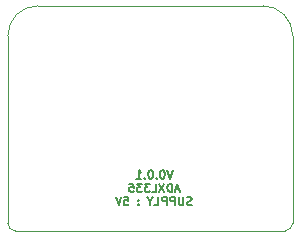
<source format=gbr>
%TF.GenerationSoftware,KiCad,Pcbnew,8.0.2*%
%TF.CreationDate,2024-05-08T23:24:27+02:00*%
%TF.ProjectId,adxl335,6164786c-3333-4352-9e6b-696361645f70,0.0.1*%
%TF.SameCoordinates,Original*%
%TF.FileFunction,Legend,Bot*%
%TF.FilePolarity,Positive*%
%FSLAX46Y46*%
G04 Gerber Fmt 4.6, Leading zero omitted, Abs format (unit mm)*
G04 Created by KiCad (PCBNEW 8.0.2) date 2024-05-08 23:24:27*
%MOMM*%
%LPD*%
G01*
G04 APERTURE LIST*
%ADD10C,0.175000*%
%TA.AperFunction,Profile*%
%ADD11C,0.100000*%
%TD*%
G04 APERTURE END LIST*
D10*
X39601666Y-39572772D02*
X39368333Y-40272772D01*
X39368333Y-40272772D02*
X39134999Y-39572772D01*
X38768333Y-39572772D02*
X38701666Y-39572772D01*
X38701666Y-39572772D02*
X38634999Y-39606105D01*
X38634999Y-39606105D02*
X38601666Y-39639439D01*
X38601666Y-39639439D02*
X38568333Y-39706105D01*
X38568333Y-39706105D02*
X38534999Y-39839439D01*
X38534999Y-39839439D02*
X38534999Y-40006105D01*
X38534999Y-40006105D02*
X38568333Y-40139439D01*
X38568333Y-40139439D02*
X38601666Y-40206105D01*
X38601666Y-40206105D02*
X38634999Y-40239439D01*
X38634999Y-40239439D02*
X38701666Y-40272772D01*
X38701666Y-40272772D02*
X38768333Y-40272772D01*
X38768333Y-40272772D02*
X38834999Y-40239439D01*
X38834999Y-40239439D02*
X38868333Y-40206105D01*
X38868333Y-40206105D02*
X38901666Y-40139439D01*
X38901666Y-40139439D02*
X38934999Y-40006105D01*
X38934999Y-40006105D02*
X38934999Y-39839439D01*
X38934999Y-39839439D02*
X38901666Y-39706105D01*
X38901666Y-39706105D02*
X38868333Y-39639439D01*
X38868333Y-39639439D02*
X38834999Y-39606105D01*
X38834999Y-39606105D02*
X38768333Y-39572772D01*
X38234999Y-40206105D02*
X38201666Y-40239439D01*
X38201666Y-40239439D02*
X38234999Y-40272772D01*
X38234999Y-40272772D02*
X38268332Y-40239439D01*
X38268332Y-40239439D02*
X38234999Y-40206105D01*
X38234999Y-40206105D02*
X38234999Y-40272772D01*
X37768333Y-39572772D02*
X37701666Y-39572772D01*
X37701666Y-39572772D02*
X37634999Y-39606105D01*
X37634999Y-39606105D02*
X37601666Y-39639439D01*
X37601666Y-39639439D02*
X37568333Y-39706105D01*
X37568333Y-39706105D02*
X37534999Y-39839439D01*
X37534999Y-39839439D02*
X37534999Y-40006105D01*
X37534999Y-40006105D02*
X37568333Y-40139439D01*
X37568333Y-40139439D02*
X37601666Y-40206105D01*
X37601666Y-40206105D02*
X37634999Y-40239439D01*
X37634999Y-40239439D02*
X37701666Y-40272772D01*
X37701666Y-40272772D02*
X37768333Y-40272772D01*
X37768333Y-40272772D02*
X37834999Y-40239439D01*
X37834999Y-40239439D02*
X37868333Y-40206105D01*
X37868333Y-40206105D02*
X37901666Y-40139439D01*
X37901666Y-40139439D02*
X37934999Y-40006105D01*
X37934999Y-40006105D02*
X37934999Y-39839439D01*
X37934999Y-39839439D02*
X37901666Y-39706105D01*
X37901666Y-39706105D02*
X37868333Y-39639439D01*
X37868333Y-39639439D02*
X37834999Y-39606105D01*
X37834999Y-39606105D02*
X37768333Y-39572772D01*
X37234999Y-40206105D02*
X37201666Y-40239439D01*
X37201666Y-40239439D02*
X37234999Y-40272772D01*
X37234999Y-40272772D02*
X37268332Y-40239439D01*
X37268332Y-40239439D02*
X37234999Y-40206105D01*
X37234999Y-40206105D02*
X37234999Y-40272772D01*
X36534999Y-40272772D02*
X36934999Y-40272772D01*
X36734999Y-40272772D02*
X36734999Y-39572772D01*
X36734999Y-39572772D02*
X36801666Y-39672772D01*
X36801666Y-39672772D02*
X36868333Y-39739439D01*
X36868333Y-39739439D02*
X36934999Y-39772772D01*
X40168333Y-41199733D02*
X39835000Y-41199733D01*
X40235000Y-41399733D02*
X40001667Y-40699733D01*
X40001667Y-40699733D02*
X39768333Y-41399733D01*
X39535000Y-41399733D02*
X39535000Y-40699733D01*
X39535000Y-40699733D02*
X39368333Y-40699733D01*
X39368333Y-40699733D02*
X39268333Y-40733066D01*
X39268333Y-40733066D02*
X39201667Y-40799733D01*
X39201667Y-40799733D02*
X39168333Y-40866400D01*
X39168333Y-40866400D02*
X39135000Y-40999733D01*
X39135000Y-40999733D02*
X39135000Y-41099733D01*
X39135000Y-41099733D02*
X39168333Y-41233066D01*
X39168333Y-41233066D02*
X39201667Y-41299733D01*
X39201667Y-41299733D02*
X39268333Y-41366400D01*
X39268333Y-41366400D02*
X39368333Y-41399733D01*
X39368333Y-41399733D02*
X39535000Y-41399733D01*
X38901667Y-40699733D02*
X38435000Y-41399733D01*
X38435000Y-40699733D02*
X38901667Y-41399733D01*
X37835000Y-41399733D02*
X38168333Y-41399733D01*
X38168333Y-41399733D02*
X38168333Y-40699733D01*
X37668333Y-40699733D02*
X37234999Y-40699733D01*
X37234999Y-40699733D02*
X37468333Y-40966400D01*
X37468333Y-40966400D02*
X37368333Y-40966400D01*
X37368333Y-40966400D02*
X37301666Y-40999733D01*
X37301666Y-40999733D02*
X37268333Y-41033066D01*
X37268333Y-41033066D02*
X37234999Y-41099733D01*
X37234999Y-41099733D02*
X37234999Y-41266400D01*
X37234999Y-41266400D02*
X37268333Y-41333066D01*
X37268333Y-41333066D02*
X37301666Y-41366400D01*
X37301666Y-41366400D02*
X37368333Y-41399733D01*
X37368333Y-41399733D02*
X37568333Y-41399733D01*
X37568333Y-41399733D02*
X37634999Y-41366400D01*
X37634999Y-41366400D02*
X37668333Y-41333066D01*
X37001666Y-40699733D02*
X36568332Y-40699733D01*
X36568332Y-40699733D02*
X36801666Y-40966400D01*
X36801666Y-40966400D02*
X36701666Y-40966400D01*
X36701666Y-40966400D02*
X36634999Y-40999733D01*
X36634999Y-40999733D02*
X36601666Y-41033066D01*
X36601666Y-41033066D02*
X36568332Y-41099733D01*
X36568332Y-41099733D02*
X36568332Y-41266400D01*
X36568332Y-41266400D02*
X36601666Y-41333066D01*
X36601666Y-41333066D02*
X36634999Y-41366400D01*
X36634999Y-41366400D02*
X36701666Y-41399733D01*
X36701666Y-41399733D02*
X36901666Y-41399733D01*
X36901666Y-41399733D02*
X36968332Y-41366400D01*
X36968332Y-41366400D02*
X37001666Y-41333066D01*
X35934999Y-40699733D02*
X36268332Y-40699733D01*
X36268332Y-40699733D02*
X36301665Y-41033066D01*
X36301665Y-41033066D02*
X36268332Y-40999733D01*
X36268332Y-40999733D02*
X36201665Y-40966400D01*
X36201665Y-40966400D02*
X36034999Y-40966400D01*
X36034999Y-40966400D02*
X35968332Y-40999733D01*
X35968332Y-40999733D02*
X35934999Y-41033066D01*
X35934999Y-41033066D02*
X35901665Y-41099733D01*
X35901665Y-41099733D02*
X35901665Y-41266400D01*
X35901665Y-41266400D02*
X35934999Y-41333066D01*
X35934999Y-41333066D02*
X35968332Y-41366400D01*
X35968332Y-41366400D02*
X36034999Y-41399733D01*
X36034999Y-41399733D02*
X36201665Y-41399733D01*
X36201665Y-41399733D02*
X36268332Y-41366400D01*
X36268332Y-41366400D02*
X36301665Y-41333066D01*
X41218332Y-42493361D02*
X41118332Y-42526694D01*
X41118332Y-42526694D02*
X40951666Y-42526694D01*
X40951666Y-42526694D02*
X40884999Y-42493361D01*
X40884999Y-42493361D02*
X40851666Y-42460027D01*
X40851666Y-42460027D02*
X40818332Y-42393361D01*
X40818332Y-42393361D02*
X40818332Y-42326694D01*
X40818332Y-42326694D02*
X40851666Y-42260027D01*
X40851666Y-42260027D02*
X40884999Y-42226694D01*
X40884999Y-42226694D02*
X40951666Y-42193361D01*
X40951666Y-42193361D02*
X41084999Y-42160027D01*
X41084999Y-42160027D02*
X41151666Y-42126694D01*
X41151666Y-42126694D02*
X41184999Y-42093361D01*
X41184999Y-42093361D02*
X41218332Y-42026694D01*
X41218332Y-42026694D02*
X41218332Y-41960027D01*
X41218332Y-41960027D02*
X41184999Y-41893361D01*
X41184999Y-41893361D02*
X41151666Y-41860027D01*
X41151666Y-41860027D02*
X41084999Y-41826694D01*
X41084999Y-41826694D02*
X40918332Y-41826694D01*
X40918332Y-41826694D02*
X40818332Y-41860027D01*
X40518332Y-41826694D02*
X40518332Y-42393361D01*
X40518332Y-42393361D02*
X40484999Y-42460027D01*
X40484999Y-42460027D02*
X40451665Y-42493361D01*
X40451665Y-42493361D02*
X40384999Y-42526694D01*
X40384999Y-42526694D02*
X40251665Y-42526694D01*
X40251665Y-42526694D02*
X40184999Y-42493361D01*
X40184999Y-42493361D02*
X40151665Y-42460027D01*
X40151665Y-42460027D02*
X40118332Y-42393361D01*
X40118332Y-42393361D02*
X40118332Y-41826694D01*
X39784999Y-42526694D02*
X39784999Y-41826694D01*
X39784999Y-41826694D02*
X39518332Y-41826694D01*
X39518332Y-41826694D02*
X39451666Y-41860027D01*
X39451666Y-41860027D02*
X39418332Y-41893361D01*
X39418332Y-41893361D02*
X39384999Y-41960027D01*
X39384999Y-41960027D02*
X39384999Y-42060027D01*
X39384999Y-42060027D02*
X39418332Y-42126694D01*
X39418332Y-42126694D02*
X39451666Y-42160027D01*
X39451666Y-42160027D02*
X39518332Y-42193361D01*
X39518332Y-42193361D02*
X39784999Y-42193361D01*
X39084999Y-42526694D02*
X39084999Y-41826694D01*
X39084999Y-41826694D02*
X38818332Y-41826694D01*
X38818332Y-41826694D02*
X38751666Y-41860027D01*
X38751666Y-41860027D02*
X38718332Y-41893361D01*
X38718332Y-41893361D02*
X38684999Y-41960027D01*
X38684999Y-41960027D02*
X38684999Y-42060027D01*
X38684999Y-42060027D02*
X38718332Y-42126694D01*
X38718332Y-42126694D02*
X38751666Y-42160027D01*
X38751666Y-42160027D02*
X38818332Y-42193361D01*
X38818332Y-42193361D02*
X39084999Y-42193361D01*
X38051666Y-42526694D02*
X38384999Y-42526694D01*
X38384999Y-42526694D02*
X38384999Y-41826694D01*
X37684999Y-42193361D02*
X37684999Y-42526694D01*
X37918332Y-41826694D02*
X37684999Y-42193361D01*
X37684999Y-42193361D02*
X37451665Y-41826694D01*
X36684999Y-42460027D02*
X36651666Y-42493361D01*
X36651666Y-42493361D02*
X36684999Y-42526694D01*
X36684999Y-42526694D02*
X36718332Y-42493361D01*
X36718332Y-42493361D02*
X36684999Y-42460027D01*
X36684999Y-42460027D02*
X36684999Y-42526694D01*
X36684999Y-42093361D02*
X36651666Y-42126694D01*
X36651666Y-42126694D02*
X36684999Y-42160027D01*
X36684999Y-42160027D02*
X36718332Y-42126694D01*
X36718332Y-42126694D02*
X36684999Y-42093361D01*
X36684999Y-42093361D02*
X36684999Y-42160027D01*
X35485000Y-41826694D02*
X35818333Y-41826694D01*
X35818333Y-41826694D02*
X35851666Y-42160027D01*
X35851666Y-42160027D02*
X35818333Y-42126694D01*
X35818333Y-42126694D02*
X35751666Y-42093361D01*
X35751666Y-42093361D02*
X35585000Y-42093361D01*
X35585000Y-42093361D02*
X35518333Y-42126694D01*
X35518333Y-42126694D02*
X35485000Y-42160027D01*
X35485000Y-42160027D02*
X35451666Y-42226694D01*
X35451666Y-42226694D02*
X35451666Y-42393361D01*
X35451666Y-42393361D02*
X35485000Y-42460027D01*
X35485000Y-42460027D02*
X35518333Y-42493361D01*
X35518333Y-42493361D02*
X35585000Y-42526694D01*
X35585000Y-42526694D02*
X35751666Y-42526694D01*
X35751666Y-42526694D02*
X35818333Y-42493361D01*
X35818333Y-42493361D02*
X35851666Y-42460027D01*
X35251666Y-41826694D02*
X35018333Y-42526694D01*
X35018333Y-42526694D02*
X34784999Y-41826694D01*
D11*
X47229154Y-25644380D02*
G75*
G02*
X49769220Y-28184380I46J-2540020D01*
G01*
X25639154Y-44059380D02*
X25639154Y-28184380D01*
X49769154Y-44059380D02*
X49769154Y-28184380D01*
X26274154Y-44694380D02*
G75*
G02*
X25639220Y-44059380I46J634980D01*
G01*
X25639154Y-28184380D02*
G75*
G02*
X28179154Y-25644384I2539996J0D01*
G01*
X47229154Y-25644380D02*
X28179154Y-25644380D01*
X49769154Y-44059380D02*
G75*
G02*
X49134154Y-44694354I-634954J-20D01*
G01*
X26274154Y-44694380D02*
X49134154Y-44694380D01*
M02*

</source>
